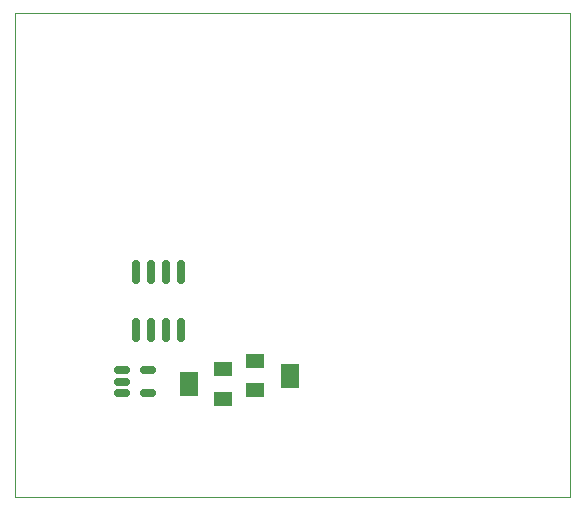
<source format=gbp>
%TF.GenerationSoftware,KiCad,Pcbnew,(6.0.7)*%
%TF.CreationDate,2022-08-25T15:43:46-04:00*%
%TF.ProjectId,chiller_interlock,6368696c-6c65-4725-9f69-6e7465726c6f,rev?*%
%TF.SameCoordinates,Original*%
%TF.FileFunction,Paste,Bot*%
%TF.FilePolarity,Positive*%
%FSLAX46Y46*%
G04 Gerber Fmt 4.6, Leading zero omitted, Abs format (unit mm)*
G04 Created by KiCad (PCBNEW (6.0.7)) date 2022-08-25 15:43:46*
%MOMM*%
%LPD*%
G01*
G04 APERTURE LIST*
G04 Aperture macros list*
%AMRoundRect*
0 Rectangle with rounded corners*
0 $1 Rounding radius*
0 $2 $3 $4 $5 $6 $7 $8 $9 X,Y pos of 4 corners*
0 Add a 4 corners polygon primitive as box body*
4,1,4,$2,$3,$4,$5,$6,$7,$8,$9,$2,$3,0*
0 Add four circle primitives for the rounded corners*
1,1,$1+$1,$2,$3*
1,1,$1+$1,$4,$5*
1,1,$1+$1,$6,$7*
1,1,$1+$1,$8,$9*
0 Add four rect primitives between the rounded corners*
20,1,$1+$1,$2,$3,$4,$5,0*
20,1,$1+$1,$4,$5,$6,$7,0*
20,1,$1+$1,$6,$7,$8,$9,0*
20,1,$1+$1,$8,$9,$2,$3,0*%
G04 Aperture macros list end*
%TA.AperFunction,Profile*%
%ADD10C,0.100000*%
%TD*%
%ADD11R,1.600000X1.300000*%
%ADD12R,1.600000X2.000000*%
%ADD13RoundRect,0.150000X-0.512500X-0.150000X0.512500X-0.150000X0.512500X0.150000X-0.512500X0.150000X0*%
%ADD14RoundRect,0.150000X-0.150000X0.825000X-0.150000X-0.825000X0.150000X-0.825000X0.150000X0.825000X0*%
G04 APERTURE END LIST*
D10*
X168000000Y-91000000D02*
X215000000Y-91000000D01*
X215000000Y-50000000D02*
X168000000Y-50000000D01*
X168000000Y-50000000D02*
X168000000Y-91000000D01*
X215000000Y-91000000D02*
X215000000Y-50000000D01*
D11*
%TO.C,RV1*%
X188400000Y-81950000D03*
D12*
X191300000Y-80700000D03*
D11*
X188400000Y-79450000D03*
%TD*%
D13*
%TO.C,U2*%
X177062500Y-82150000D03*
X177062500Y-81200000D03*
X177062500Y-80250000D03*
X179337500Y-80250000D03*
X179337500Y-82150000D03*
%TD*%
D14*
%TO.C,U3*%
X178295000Y-71925000D03*
X179565000Y-71925000D03*
X180835000Y-71925000D03*
X182105000Y-71925000D03*
X182105000Y-76875000D03*
X180835000Y-76875000D03*
X179565000Y-76875000D03*
X178295000Y-76875000D03*
%TD*%
D11*
%TO.C,RV2*%
X185650000Y-80150000D03*
D12*
X182750000Y-81400000D03*
D11*
X185650000Y-82650000D03*
%TD*%
M02*

</source>
